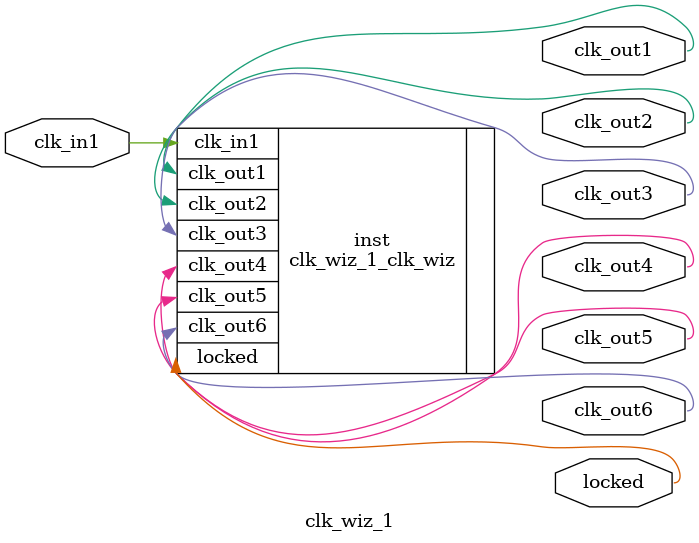
<source format=v>


`timescale 1ps/1ps

(* CORE_GENERATION_INFO = "clk_wiz_1,clk_wiz_v6_0_11_0_0,{component_name=clk_wiz_1,use_phase_alignment=true,use_min_o_jitter=false,use_max_i_jitter=false,use_dyn_phase_shift=false,use_inclk_switchover=false,use_dyn_reconfig=false,enable_axi=0,feedback_source=FDBK_AUTO,PRIMITIVE=PLL,num_out_clk=6,clkin1_period=10.000,clkin2_period=10.000,use_power_down=false,use_reset=false,use_locked=true,use_inclk_stopped=false,feedback_type=SINGLE,CLOCK_MGR_TYPE=NA,manual_override=false}" *)

module clk_wiz_1 
 (
  // Clock out ports
  output        clk_out1,
  output        clk_out2,
  output        clk_out3,
  output        clk_out4,
  output        clk_out5,
  output        clk_out6,
  // Status and control signals
  output        locked,
 // Clock in ports
  input         clk_in1
 );

  clk_wiz_1_clk_wiz inst
  (
  // Clock out ports  
  .clk_out1(clk_out1),
  .clk_out2(clk_out2),
  .clk_out3(clk_out3),
  .clk_out4(clk_out4),
  .clk_out5(clk_out5),
  .clk_out6(clk_out6),
  // Status and control signals               
  .locked(locked),
 // Clock in ports
  .clk_in1(clk_in1)
  );

endmodule

</source>
